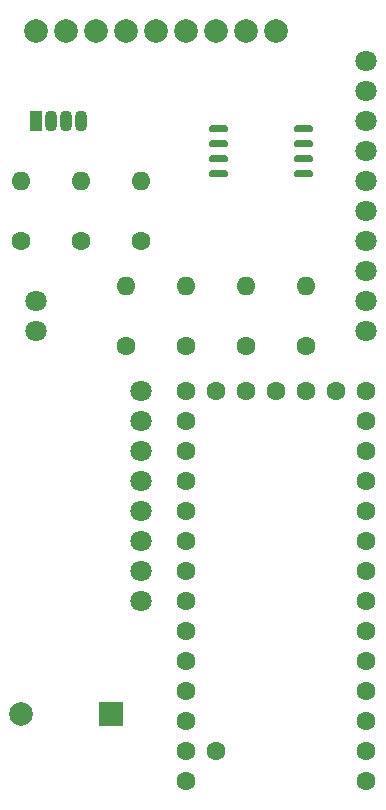
<source format=gbr>
%TF.GenerationSoftware,KiCad,Pcbnew,5.1.9*%
%TF.CreationDate,2021-04-29T21:46:09+02:00*%
%TF.ProjectId,project,70726f6a-6563-4742-9e6b-696361645f70,rev?*%
%TF.SameCoordinates,Original*%
%TF.FileFunction,Soldermask,Top*%
%TF.FilePolarity,Negative*%
%FSLAX46Y46*%
G04 Gerber Fmt 4.6, Leading zero omitted, Abs format (unit mm)*
G04 Created by KiCad (PCBNEW 5.1.9) date 2021-04-29 21:46:09*
%MOMM*%
%LPD*%
G01*
G04 APERTURE LIST*
%ADD10C,1.600000*%
%ADD11O,1.070000X1.800000*%
%ADD12R,1.070000X1.800000*%
%ADD13C,1.800000*%
%ADD14C,2.000000*%
%ADD15O,1.600000X1.600000*%
%ADD16R,2.000000X2.000000*%
G04 APERTURE END LIST*
D10*
%TO.C,U1*%
X257810000Y-71120000D03*
X255270000Y-71120000D03*
X252730000Y-71120000D03*
X250190000Y-71120000D03*
X260350000Y-71120000D03*
X262890000Y-71120000D03*
X265430000Y-71120000D03*
X250190000Y-73660000D03*
X250190000Y-76200000D03*
X250190000Y-78740000D03*
X250190000Y-81280000D03*
X250190000Y-83820000D03*
X250190000Y-86360000D03*
X250190000Y-88900000D03*
X250190000Y-91440000D03*
X250190000Y-93980000D03*
X250190000Y-96520000D03*
X250190000Y-99060000D03*
X250190000Y-101600000D03*
X250190000Y-104140000D03*
X252730000Y-101600000D03*
X265430000Y-73660000D03*
X265430000Y-76200000D03*
X265430000Y-78740000D03*
X265430000Y-81280000D03*
X265430000Y-83820000D03*
X265430000Y-86360000D03*
X265430000Y-88900000D03*
X265430000Y-91440000D03*
X265430000Y-93980000D03*
X265430000Y-96520000D03*
X265430000Y-99060000D03*
X265430000Y-101600000D03*
X265430000Y-104140000D03*
%TD*%
D11*
%TO.C,D1*%
X241300000Y-48260000D03*
X240030000Y-48260000D03*
X238760000Y-48260000D03*
D12*
X237490000Y-48260000D03*
%TD*%
%TO.C,U4*%
G36*
G01*
X259340000Y-49045000D02*
X259340000Y-48745000D01*
G75*
G02*
X259490000Y-48595000I150000J0D01*
G01*
X260790000Y-48595000D01*
G75*
G02*
X260940000Y-48745000I0J-150000D01*
G01*
X260940000Y-49045000D01*
G75*
G02*
X260790000Y-49195000I-150000J0D01*
G01*
X259490000Y-49195000D01*
G75*
G02*
X259340000Y-49045000I0J150000D01*
G01*
G37*
G36*
G01*
X259340000Y-50315000D02*
X259340000Y-50015000D01*
G75*
G02*
X259490000Y-49865000I150000J0D01*
G01*
X260790000Y-49865000D01*
G75*
G02*
X260940000Y-50015000I0J-150000D01*
G01*
X260940000Y-50315000D01*
G75*
G02*
X260790000Y-50465000I-150000J0D01*
G01*
X259490000Y-50465000D01*
G75*
G02*
X259340000Y-50315000I0J150000D01*
G01*
G37*
G36*
G01*
X259340000Y-51585000D02*
X259340000Y-51285000D01*
G75*
G02*
X259490000Y-51135000I150000J0D01*
G01*
X260790000Y-51135000D01*
G75*
G02*
X260940000Y-51285000I0J-150000D01*
G01*
X260940000Y-51585000D01*
G75*
G02*
X260790000Y-51735000I-150000J0D01*
G01*
X259490000Y-51735000D01*
G75*
G02*
X259340000Y-51585000I0J150000D01*
G01*
G37*
G36*
G01*
X259340000Y-52855000D02*
X259340000Y-52555000D01*
G75*
G02*
X259490000Y-52405000I150000J0D01*
G01*
X260790000Y-52405000D01*
G75*
G02*
X260940000Y-52555000I0J-150000D01*
G01*
X260940000Y-52855000D01*
G75*
G02*
X260790000Y-53005000I-150000J0D01*
G01*
X259490000Y-53005000D01*
G75*
G02*
X259340000Y-52855000I0J150000D01*
G01*
G37*
G36*
G01*
X252140000Y-52855000D02*
X252140000Y-52555000D01*
G75*
G02*
X252290000Y-52405000I150000J0D01*
G01*
X253590000Y-52405000D01*
G75*
G02*
X253740000Y-52555000I0J-150000D01*
G01*
X253740000Y-52855000D01*
G75*
G02*
X253590000Y-53005000I-150000J0D01*
G01*
X252290000Y-53005000D01*
G75*
G02*
X252140000Y-52855000I0J150000D01*
G01*
G37*
G36*
G01*
X252140000Y-51585000D02*
X252140000Y-51285000D01*
G75*
G02*
X252290000Y-51135000I150000J0D01*
G01*
X253590000Y-51135000D01*
G75*
G02*
X253740000Y-51285000I0J-150000D01*
G01*
X253740000Y-51585000D01*
G75*
G02*
X253590000Y-51735000I-150000J0D01*
G01*
X252290000Y-51735000D01*
G75*
G02*
X252140000Y-51585000I0J150000D01*
G01*
G37*
G36*
G01*
X252140000Y-50315000D02*
X252140000Y-50015000D01*
G75*
G02*
X252290000Y-49865000I150000J0D01*
G01*
X253590000Y-49865000D01*
G75*
G02*
X253740000Y-50015000I0J-150000D01*
G01*
X253740000Y-50315000D01*
G75*
G02*
X253590000Y-50465000I-150000J0D01*
G01*
X252290000Y-50465000D01*
G75*
G02*
X252140000Y-50315000I0J150000D01*
G01*
G37*
G36*
G01*
X252140000Y-49045000D02*
X252140000Y-48745000D01*
G75*
G02*
X252290000Y-48595000I150000J0D01*
G01*
X253590000Y-48595000D01*
G75*
G02*
X253740000Y-48745000I0J-150000D01*
G01*
X253740000Y-49045000D01*
G75*
G02*
X253590000Y-49195000I-150000J0D01*
G01*
X252290000Y-49195000D01*
G75*
G02*
X252140000Y-49045000I0J150000D01*
G01*
G37*
%TD*%
D13*
%TO.C,U3*%
X246380000Y-71120000D03*
X246380000Y-73660000D03*
X246380000Y-76200000D03*
X246380000Y-78740000D03*
X246380000Y-81280000D03*
X246380000Y-83820000D03*
X246380000Y-86360000D03*
X246380000Y-88900000D03*
%TD*%
D14*
%TO.C,U2*%
X257810000Y-40640000D03*
X255270000Y-40640000D03*
X252730000Y-40640000D03*
X250190000Y-40640000D03*
X247650000Y-40640000D03*
X245110000Y-40640000D03*
X242570000Y-40640000D03*
X240030000Y-40640000D03*
X237490000Y-40640000D03*
%TD*%
D15*
%TO.C,R5*%
X241300000Y-53340000D03*
D10*
X241300000Y-58420000D03*
%TD*%
D15*
%TO.C,R4*%
X246380000Y-53340000D03*
D10*
X246380000Y-58420000D03*
%TD*%
D15*
%TO.C,R3*%
X236220000Y-53340000D03*
D10*
X236220000Y-58420000D03*
%TD*%
D15*
%TO.C,R2*%
X255270000Y-62230000D03*
D10*
X255270000Y-67310000D03*
%TD*%
D15*
%TO.C,R1*%
X250190000Y-62230000D03*
D10*
X250190000Y-67310000D03*
%TD*%
D13*
%TO.C,J1*%
X265430000Y-66040000D03*
X265430000Y-63500000D03*
X265430000Y-60960000D03*
X265430000Y-58420000D03*
X265430000Y-55880000D03*
X265430000Y-53340000D03*
X265430000Y-50800000D03*
X265430000Y-48260000D03*
X265430000Y-45720000D03*
X265430000Y-43180000D03*
%TD*%
D15*
%TO.C,C2*%
X260350000Y-62230000D03*
D10*
X260350000Y-67310000D03*
%TD*%
D15*
%TO.C,C1*%
X245110000Y-62230000D03*
D10*
X245110000Y-67310000D03*
%TD*%
D16*
%TO.C,BZ1*%
X243840000Y-98425000D03*
D14*
X236220000Y-98425000D03*
%TD*%
D13*
%TO.C,BAT1*%
X237490000Y-63500000D03*
X237490000Y-66040000D03*
%TD*%
M02*

</source>
